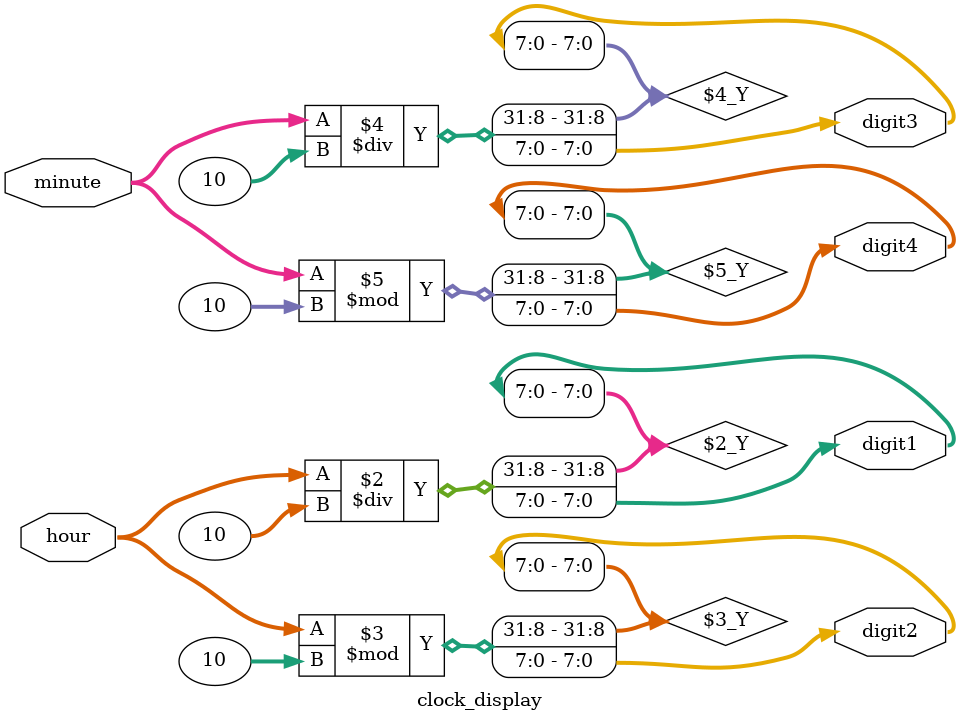
<source format=v>
module clock_display(
  input [7:0] hour,
  input [7:0] minute,
  output reg [7:0] digit1,
  output reg [7:0] digit2,
  output reg [7:0] digit3,
  output reg [7:0] digit4
);

  always @(*) begin
    // Calculate the digits based on the hour and minute inputs
    digit1 = hour / 10;
    digit2 = hour % 10;
    digit3 = minute / 10;
    digit4 = minute % 10;
  end

endmodule

</source>
